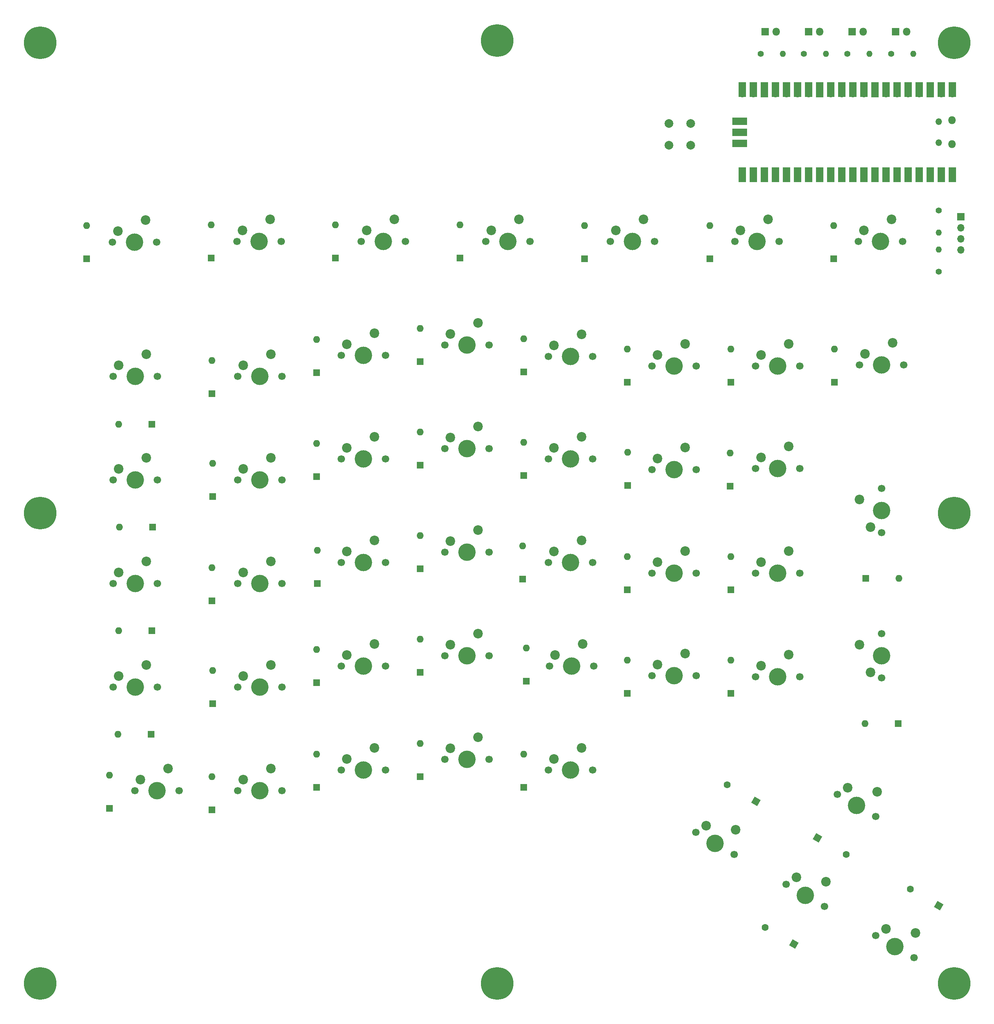
<source format=gbr>
%TF.GenerationSoftware,KiCad,Pcbnew,6.0.9-8da3e8f707~116~ubuntu20.04.1*%
%TF.CreationDate,2022-11-04T11:59:08+01:00*%
%TF.ProjectId,98keys-left,39386b65-7973-42d6-9c65-66742e6b6963,rev?*%
%TF.SameCoordinates,Original*%
%TF.FileFunction,Soldermask,Top*%
%TF.FilePolarity,Negative*%
%FSLAX46Y46*%
G04 Gerber Fmt 4.6, Leading zero omitted, Abs format (unit mm)*
G04 Created by KiCad (PCBNEW 6.0.9-8da3e8f707~116~ubuntu20.04.1) date 2022-11-04 11:59:08*
%MOMM*%
%LPD*%
G01*
G04 APERTURE LIST*
G04 Aperture macros list*
%AMHorizOval*
0 Thick line with rounded ends*
0 $1 width*
0 $2 $3 position (X,Y) of the first rounded end (center of the circle)*
0 $4 $5 position (X,Y) of the second rounded end (center of the circle)*
0 Add line between two ends*
20,1,$1,$2,$3,$4,$5,0*
0 Add two circle primitives to create the rounded ends*
1,1,$1,$2,$3*
1,1,$1,$4,$5*%
%AMRotRect*
0 Rectangle, with rotation*
0 The origin of the aperture is its center*
0 $1 length*
0 $2 width*
0 $3 Rotation angle, in degrees counterclockwise*
0 Add horizontal line*
21,1,$1,$2,0,0,$3*%
G04 Aperture macros list end*
%ADD10R,1.600000X1.600000*%
%ADD11O,1.600000X1.600000*%
%ADD12HorizOval,1.600000X0.000000X0.000000X0.000000X0.000000X0*%
%ADD13RotRect,1.600000X1.600000X150.000000*%
%ADD14HorizOval,1.600000X0.000000X0.000000X0.000000X0.000000X0*%
%ADD15RotRect,1.600000X1.600000X330.000000*%
%ADD16C,1.400000*%
%ADD17O,1.400000X1.400000*%
%ADD18C,2.200000*%
%ADD19C,1.700000*%
%ADD20C,4.000000*%
%ADD21C,7.500000*%
%ADD22R,1.800000X1.800000*%
%ADD23O,1.800000X1.800000*%
%ADD24O,1.500000X1.500000*%
%ADD25O,1.700000X1.700000*%
%ADD26R,1.700000X3.500000*%
%ADD27R,1.700000X1.700000*%
%ADD28R,3.500000X1.700000*%
%ADD29C,2.000000*%
G04 APERTURE END LIST*
D10*
%TO.C,D1*%
X38200000Y-100080000D03*
D11*
X38200000Y-92460000D03*
%TD*%
%TO.C,D2*%
X45580000Y-138080000D03*
D10*
X53200000Y-138080000D03*
%TD*%
D11*
%TO.C,D3*%
X45780000Y-161680000D03*
D10*
X53400000Y-161680000D03*
%TD*%
D11*
%TO.C,D4*%
X45580000Y-185480000D03*
D10*
X53200000Y-185480000D03*
%TD*%
D11*
%TO.C,D5*%
X45380000Y-209280000D03*
D10*
X53000000Y-209280000D03*
%TD*%
D11*
%TO.C,D6*%
X43500000Y-218680000D03*
D10*
X43500000Y-226300000D03*
%TD*%
D11*
%TO.C,D7*%
X66800000Y-92260000D03*
D10*
X66800000Y-99880000D03*
%TD*%
D11*
%TO.C,D8*%
X67000000Y-123460000D03*
D10*
X67000000Y-131080000D03*
%TD*%
D11*
%TO.C,D9*%
X67200000Y-147080000D03*
D10*
X67200000Y-154700000D03*
%TD*%
D11*
%TO.C,D10*%
X67000000Y-171060000D03*
D10*
X67000000Y-178680000D03*
%TD*%
D11*
%TO.C,D11*%
X67200000Y-194660000D03*
D10*
X67200000Y-202280000D03*
%TD*%
D11*
%TO.C,D12*%
X67000000Y-219060000D03*
D10*
X67000000Y-226680000D03*
%TD*%
D11*
%TO.C,D14*%
X95400000Y-92260000D03*
D10*
X95400000Y-99880000D03*
%TD*%
D11*
%TO.C,D15*%
X91000000Y-118660000D03*
D10*
X91000000Y-126280000D03*
%TD*%
D11*
%TO.C,D16*%
X91000000Y-142460000D03*
D10*
X91000000Y-150080000D03*
%TD*%
D11*
%TO.C,D17*%
X91000000Y-189860000D03*
D10*
X91000000Y-197480000D03*
%TD*%
D11*
%TO.C,D18*%
X91200000Y-167080000D03*
D10*
X91200000Y-174700000D03*
%TD*%
D11*
%TO.C,D19*%
X91000000Y-213860000D03*
D10*
X91000000Y-221480000D03*
%TD*%
D11*
%TO.C,D20*%
X124000000Y-92260000D03*
D10*
X124000000Y-99880000D03*
%TD*%
D11*
%TO.C,D21*%
X114800000Y-116080000D03*
D10*
X114800000Y-123700000D03*
%TD*%
D11*
%TO.C,D22*%
X114800000Y-139860000D03*
D10*
X114800000Y-147480000D03*
%TD*%
D11*
%TO.C,D23*%
X114800000Y-163660000D03*
D10*
X114800000Y-171280000D03*
%TD*%
D11*
%TO.C,D24*%
X114800000Y-187460000D03*
D10*
X114800000Y-195080000D03*
%TD*%
D11*
%TO.C,D25*%
X114800000Y-211460000D03*
D10*
X114800000Y-219080000D03*
%TD*%
D11*
%TO.C,D26*%
X152600000Y-92460000D03*
D10*
X152600000Y-100080000D03*
%TD*%
D11*
%TO.C,D27*%
X138600000Y-142260000D03*
D10*
X138600000Y-149880000D03*
%TD*%
D11*
%TO.C,D28*%
X138600000Y-118460000D03*
D10*
X138600000Y-126080000D03*
%TD*%
D11*
%TO.C,D29*%
X138400000Y-166060000D03*
D10*
X138400000Y-173680000D03*
%TD*%
D11*
%TO.C,D30*%
X139200000Y-189460000D03*
D10*
X139200000Y-197080000D03*
%TD*%
D11*
%TO.C,D31*%
X138600000Y-213880000D03*
D10*
X138600000Y-221500000D03*
%TD*%
D11*
%TO.C,D32*%
X181400000Y-92460000D03*
D10*
X181400000Y-100080000D03*
%TD*%
D11*
%TO.C,D33*%
X162400000Y-120860000D03*
D10*
X162400000Y-128480000D03*
%TD*%
D11*
%TO.C,D34*%
X162500000Y-144560000D03*
D10*
X162500000Y-152180000D03*
%TD*%
D11*
%TO.C,D35*%
X162400000Y-168460000D03*
D10*
X162400000Y-176080000D03*
%TD*%
D11*
%TO.C,D36*%
X162400000Y-192260000D03*
D10*
X162400000Y-199880000D03*
%TD*%
D11*
%TO.C,D37*%
X209800000Y-92460000D03*
D10*
X209800000Y-100080000D03*
%TD*%
D11*
%TO.C,D38*%
X186200000Y-120860000D03*
D10*
X186200000Y-128480000D03*
%TD*%
D11*
%TO.C,D39*%
X186200000Y-192260000D03*
D10*
X186200000Y-199880000D03*
%TD*%
D11*
%TO.C,D40*%
X186000000Y-144660000D03*
D10*
X186000000Y-152280000D03*
%TD*%
D11*
%TO.C,D41*%
X186200000Y-168480000D03*
D10*
X186200000Y-176100000D03*
%TD*%
D11*
%TO.C,D42*%
X210000000Y-120860000D03*
D10*
X210000000Y-128480000D03*
%TD*%
D11*
%TO.C,D43*%
X224820000Y-173480000D03*
D10*
X217200000Y-173480000D03*
%TD*%
D11*
%TO.C,D44*%
X217000000Y-206880000D03*
D10*
X224620000Y-206880000D03*
%TD*%
D12*
%TO.C,D45*%
X185400886Y-220870000D03*
D13*
X192000000Y-224680000D03*
%TD*%
D14*
%TO.C,D46*%
X212699114Y-236890000D03*
D15*
X206100000Y-233080000D03*
%TD*%
D12*
%TO.C,D47*%
X194099886Y-253680000D03*
D13*
X200699000Y-257490000D03*
%TD*%
D12*
%TO.C,D48*%
X227400886Y-244870000D03*
D13*
X234000000Y-248680000D03*
%TD*%
D16*
%TO.C,R1*%
X193080000Y-53000000D03*
D17*
X198160000Y-53000000D03*
%TD*%
D16*
%TO.C,R2*%
X203000000Y-53000000D03*
D17*
X208080000Y-53000000D03*
%TD*%
D16*
%TO.C,R3*%
X223000000Y-53000000D03*
D17*
X228080000Y-53000000D03*
%TD*%
D18*
%TO.C,SW1*%
X45390000Y-93740000D03*
X51740000Y-91200000D03*
D19*
X44120000Y-96280000D03*
D20*
X49200000Y-96280000D03*
D19*
X54280000Y-96280000D03*
%TD*%
%TO.C,SW2*%
X44320000Y-127080000D03*
X54480000Y-127080000D03*
D20*
X49400000Y-127080000D03*
D18*
X51940000Y-122000000D03*
X45590000Y-124540000D03*
%TD*%
D19*
%TO.C,SW3*%
X54480000Y-150880000D03*
D20*
X49400000Y-150880000D03*
D19*
X44320000Y-150880000D03*
D18*
X51940000Y-145800000D03*
X45590000Y-148340000D03*
%TD*%
D20*
%TO.C,SW4*%
X49400000Y-198480000D03*
D19*
X44320000Y-198480000D03*
X54480000Y-198480000D03*
D18*
X51940000Y-193400000D03*
X45590000Y-195940000D03*
%TD*%
D19*
%TO.C,SW5*%
X44320000Y-174680000D03*
D20*
X49400000Y-174680000D03*
D19*
X54480000Y-174680000D03*
D18*
X51940000Y-169600000D03*
X45590000Y-172140000D03*
%TD*%
%TO.C,SW6*%
X50590000Y-219740000D03*
X56940000Y-217200000D03*
D19*
X49320000Y-222280000D03*
X59480000Y-222280000D03*
D20*
X54400000Y-222280000D03*
%TD*%
D18*
%TO.C,SW7*%
X73990000Y-93540000D03*
X80340000Y-91000000D03*
D19*
X82880000Y-96080000D03*
X72720000Y-96080000D03*
D20*
X77800000Y-96080000D03*
%TD*%
D18*
%TO.C,SW8*%
X74190000Y-124540000D03*
X80540000Y-122000000D03*
D20*
X78000000Y-127080000D03*
D19*
X72920000Y-127080000D03*
X83080000Y-127080000D03*
%TD*%
D18*
%TO.C,SW9*%
X74190000Y-148340000D03*
X80540000Y-145800000D03*
D19*
X72920000Y-150880000D03*
X83080000Y-150880000D03*
D20*
X78000000Y-150880000D03*
%TD*%
D18*
%TO.C,SW10*%
X74190000Y-195940000D03*
X80540000Y-193400000D03*
D19*
X83080000Y-198480000D03*
X72920000Y-198480000D03*
D20*
X78000000Y-198480000D03*
%TD*%
D18*
%TO.C,SW11*%
X74190000Y-172140000D03*
X80540000Y-169600000D03*
D19*
X72920000Y-174680000D03*
D20*
X78000000Y-174680000D03*
D19*
X83080000Y-174680000D03*
%TD*%
D18*
%TO.C,SW12*%
X74190000Y-219740000D03*
X80540000Y-217200000D03*
D20*
X78000000Y-222280000D03*
D19*
X83080000Y-222280000D03*
X72920000Y-222280000D03*
%TD*%
D18*
%TO.C,SW13*%
X102590000Y-93540000D03*
X108940000Y-91000000D03*
D20*
X106400000Y-96080000D03*
D19*
X101320000Y-96080000D03*
X111480000Y-96080000D03*
%TD*%
D18*
%TO.C,SW14*%
X97990000Y-119740000D03*
X104340000Y-117200000D03*
D19*
X96720000Y-122280000D03*
X106880000Y-122280000D03*
D20*
X101800000Y-122280000D03*
%TD*%
D18*
%TO.C,SW15*%
X97990000Y-143540000D03*
X104340000Y-141000000D03*
D20*
X101800000Y-146080000D03*
D19*
X96720000Y-146080000D03*
X106880000Y-146080000D03*
%TD*%
D18*
%TO.C,SW16*%
X97990000Y-191140000D03*
X104340000Y-188600000D03*
D19*
X96720000Y-193680000D03*
X106880000Y-193680000D03*
D20*
X101800000Y-193680000D03*
%TD*%
D18*
%TO.C,SW17*%
X97990000Y-167340000D03*
X104340000Y-164800000D03*
D20*
X101800000Y-169880000D03*
D19*
X106880000Y-169880000D03*
X96720000Y-169880000D03*
%TD*%
D18*
%TO.C,SW18*%
X97990000Y-214940000D03*
X104340000Y-212400000D03*
D20*
X101800000Y-217480000D03*
D19*
X106880000Y-217480000D03*
X96720000Y-217480000D03*
%TD*%
D18*
%TO.C,SW19*%
X131190000Y-93540000D03*
X137540000Y-91000000D03*
D20*
X135000000Y-96080000D03*
D19*
X140080000Y-96080000D03*
X129920000Y-96080000D03*
%TD*%
D18*
%TO.C,SW20*%
X121790000Y-117340000D03*
X128140000Y-114800000D03*
D19*
X120520000Y-119880000D03*
X130680000Y-119880000D03*
D20*
X125600000Y-119880000D03*
%TD*%
D18*
%TO.C,SW21*%
X121790000Y-141140000D03*
X128140000Y-138600000D03*
D19*
X130680000Y-143680000D03*
X120520000Y-143680000D03*
D20*
X125600000Y-143680000D03*
%TD*%
D18*
%TO.C,SW22*%
X121790000Y-188740000D03*
X128140000Y-186200000D03*
D19*
X130680000Y-191280000D03*
D20*
X125600000Y-191280000D03*
D19*
X120520000Y-191280000D03*
%TD*%
D18*
%TO.C,SW23*%
X121790000Y-164940000D03*
X128140000Y-162400000D03*
D20*
X125600000Y-167480000D03*
D19*
X120520000Y-167480000D03*
X130680000Y-167480000D03*
%TD*%
D18*
%TO.C,SW24*%
X121790000Y-212540000D03*
X128140000Y-210000000D03*
D19*
X130680000Y-215080000D03*
D20*
X125600000Y-215080000D03*
D19*
X120520000Y-215080000D03*
%TD*%
D18*
%TO.C,SW25*%
X159790000Y-93540000D03*
X166140000Y-91000000D03*
D19*
X158520000Y-96080000D03*
X168680000Y-96080000D03*
D20*
X163600000Y-96080000D03*
%TD*%
D18*
%TO.C,SW26*%
X145590000Y-119940000D03*
X151940000Y-117400000D03*
D19*
X154480000Y-122480000D03*
D20*
X149400000Y-122480000D03*
D19*
X144320000Y-122480000D03*
%TD*%
D18*
%TO.C,SW27*%
X145590000Y-143540000D03*
X151940000Y-141000000D03*
D19*
X154480000Y-146080000D03*
D20*
X149400000Y-146080000D03*
D19*
X144320000Y-146080000D03*
%TD*%
D18*
%TO.C,SW28*%
X145790000Y-191140000D03*
X152140000Y-188600000D03*
D20*
X149600000Y-193680000D03*
D19*
X154680000Y-193680000D03*
X144520000Y-193680000D03*
%TD*%
D18*
%TO.C,SW29*%
X145590000Y-167340000D03*
X151940000Y-164800000D03*
D19*
X154480000Y-169880000D03*
X144320000Y-169880000D03*
D20*
X149400000Y-169880000D03*
%TD*%
D18*
%TO.C,SW30*%
X145590000Y-214940000D03*
X151940000Y-212400000D03*
D20*
X149400000Y-217480000D03*
D19*
X154480000Y-217480000D03*
X144320000Y-217480000D03*
%TD*%
D18*
%TO.C,SW31*%
X188390000Y-93540000D03*
X194740000Y-91000000D03*
D19*
X187120000Y-96080000D03*
X197280000Y-96080000D03*
D20*
X192200000Y-96080000D03*
%TD*%
D18*
%TO.C,SW32*%
X169390000Y-122140000D03*
X175740000Y-119600000D03*
D19*
X178280000Y-124680000D03*
D20*
X173200000Y-124680000D03*
D19*
X168120000Y-124680000D03*
%TD*%
D18*
%TO.C,SW33*%
X169390000Y-145940000D03*
X175740000Y-143400000D03*
D19*
X168120000Y-148480000D03*
D20*
X173200000Y-148480000D03*
D19*
X178280000Y-148480000D03*
%TD*%
D18*
%TO.C,SW34*%
X169390000Y-193340000D03*
X175740000Y-190800000D03*
D20*
X173200000Y-195880000D03*
D19*
X168120000Y-195880000D03*
X178280000Y-195880000D03*
%TD*%
D18*
%TO.C,SW35*%
X169390000Y-169740000D03*
X175740000Y-167200000D03*
D20*
X173200000Y-172280000D03*
D19*
X178280000Y-172280000D03*
X168120000Y-172280000D03*
%TD*%
D18*
%TO.C,SW36*%
X216790000Y-93540000D03*
X223140000Y-91000000D03*
D19*
X215520000Y-96080000D03*
D20*
X220600000Y-96080000D03*
D19*
X225680000Y-96080000D03*
%TD*%
D18*
%TO.C,SW37*%
X193190000Y-122140000D03*
X199540000Y-119600000D03*
D20*
X197000000Y-124680000D03*
D19*
X202080000Y-124680000D03*
X191920000Y-124680000D03*
%TD*%
D18*
%TO.C,SW38*%
X193190000Y-145740000D03*
X199540000Y-143200000D03*
D19*
X191920000Y-148280000D03*
X202080000Y-148280000D03*
D20*
X197000000Y-148280000D03*
%TD*%
D18*
%TO.C,SW39*%
X193190000Y-193540000D03*
X199540000Y-191000000D03*
D20*
X197000000Y-196080000D03*
D19*
X191920000Y-196080000D03*
X202080000Y-196080000D03*
%TD*%
D18*
%TO.C,SW40*%
X193190000Y-169740000D03*
X199540000Y-167200000D03*
D19*
X202080000Y-172280000D03*
X191920000Y-172280000D03*
D20*
X197000000Y-172280000D03*
%TD*%
D18*
%TO.C,SW41*%
X216990000Y-121940000D03*
X223340000Y-119400000D03*
D19*
X215720000Y-124480000D03*
X225880000Y-124480000D03*
D20*
X220800000Y-124480000D03*
%TD*%
D18*
%TO.C,SW42*%
X218260000Y-161690000D03*
X215720000Y-155340000D03*
D19*
X220800000Y-152800000D03*
D20*
X220800000Y-157880000D03*
D19*
X220800000Y-162960000D03*
%TD*%
D18*
%TO.C,SW43*%
X218260000Y-195090000D03*
X215720000Y-188740000D03*
D19*
X220800000Y-186200000D03*
D20*
X220800000Y-191280000D03*
D19*
X220800000Y-196360000D03*
%TD*%
D18*
%TO.C,SW44*%
X180570739Y-230275705D03*
X187340000Y-231251000D03*
D19*
X178200886Y-231840409D03*
X186999705Y-236920409D03*
D20*
X182600295Y-234380409D03*
%TD*%
D18*
%TO.C,SW45*%
X213070739Y-221575705D03*
X219840000Y-222551000D03*
D20*
X215100295Y-225680409D03*
D19*
X219499705Y-228220409D03*
X210700886Y-223140409D03*
%TD*%
D18*
%TO.C,SW46*%
X201270739Y-242175705D03*
X208040000Y-243151000D03*
D19*
X207699705Y-248820409D03*
D20*
X203300295Y-246280409D03*
D19*
X198900886Y-243740409D03*
%TD*%
D18*
%TO.C,SW47*%
X221870739Y-253975705D03*
X228640000Y-254951000D03*
D19*
X219500886Y-255540409D03*
D20*
X223900295Y-258080409D03*
D19*
X228299705Y-260620409D03*
%TD*%
D21*
%TO.C,H1*%
X27500000Y-50500000D03*
%TD*%
%TO.C,H2*%
X132500000Y-50000000D03*
%TD*%
%TO.C,H3*%
X237500000Y-50500000D03*
%TD*%
%TO.C,H4*%
X27500000Y-158500000D03*
%TD*%
%TO.C,H5*%
X237500000Y-158500000D03*
%TD*%
%TO.C,H6*%
X27500000Y-266500000D03*
%TD*%
%TO.C,H7*%
X132500000Y-266500000D03*
%TD*%
%TO.C,H8*%
X237500000Y-266500000D03*
%TD*%
D22*
%TO.C,D13*%
X194080000Y-47900000D03*
D23*
X196620000Y-47900000D03*
%TD*%
D22*
%TO.C,D49*%
X204080000Y-47900000D03*
D23*
X206620000Y-47900000D03*
%TD*%
D22*
%TO.C,D50*%
X214080000Y-47900000D03*
D23*
X216620000Y-47900000D03*
%TD*%
D22*
%TO.C,D51*%
X224080000Y-47900000D03*
D23*
X226620000Y-47900000D03*
%TD*%
D16*
%TO.C,R4*%
X213000000Y-53000000D03*
D17*
X218080000Y-53000000D03*
%TD*%
D24*
%TO.C,U1*%
X233970000Y-73425000D03*
X233970000Y-68575000D03*
D23*
X237000000Y-68275000D03*
X237000000Y-73725000D03*
D25*
X237130000Y-62110000D03*
D26*
X237130000Y-61210000D03*
X234590000Y-61210000D03*
D25*
X234590000Y-62110000D03*
D27*
X232050000Y-62110000D03*
D26*
X232050000Y-61210000D03*
D25*
X229510000Y-62110000D03*
D26*
X229510000Y-61210000D03*
D25*
X226970000Y-62110000D03*
D26*
X226970000Y-61210000D03*
X224430000Y-61210000D03*
D25*
X224430000Y-62110000D03*
D26*
X221890000Y-61210000D03*
D25*
X221890000Y-62110000D03*
D27*
X219350000Y-62110000D03*
D26*
X219350000Y-61210000D03*
X216810000Y-61210000D03*
D25*
X216810000Y-62110000D03*
X214270000Y-62110000D03*
D26*
X214270000Y-61210000D03*
D25*
X211730000Y-62110000D03*
D26*
X211730000Y-61210000D03*
X209190000Y-61210000D03*
D25*
X209190000Y-62110000D03*
D26*
X206650000Y-61210000D03*
D27*
X206650000Y-62110000D03*
D26*
X204110000Y-61210000D03*
D25*
X204110000Y-62110000D03*
D26*
X201570000Y-61210000D03*
D25*
X201570000Y-62110000D03*
D26*
X199030000Y-61210000D03*
D25*
X199030000Y-62110000D03*
D26*
X196490000Y-61210000D03*
D25*
X196490000Y-62110000D03*
D27*
X193950000Y-62110000D03*
D26*
X193950000Y-61210000D03*
X191410000Y-61210000D03*
D25*
X191410000Y-62110000D03*
D26*
X188870000Y-61210000D03*
D25*
X188870000Y-62110000D03*
X188870000Y-79890000D03*
D26*
X188870000Y-80790000D03*
X191410000Y-80790000D03*
D25*
X191410000Y-79890000D03*
D27*
X193950000Y-79890000D03*
D26*
X193950000Y-80790000D03*
X196490000Y-80790000D03*
D25*
X196490000Y-79890000D03*
D26*
X199030000Y-80790000D03*
D25*
X199030000Y-79890000D03*
D26*
X201570000Y-80790000D03*
D25*
X201570000Y-79890000D03*
D26*
X204110000Y-80790000D03*
D25*
X204110000Y-79890000D03*
D26*
X206650000Y-80790000D03*
D27*
X206650000Y-79890000D03*
D25*
X209190000Y-79890000D03*
D26*
X209190000Y-80790000D03*
D25*
X211730000Y-79890000D03*
D26*
X211730000Y-80790000D03*
X214270000Y-80790000D03*
D25*
X214270000Y-79890000D03*
X216810000Y-79890000D03*
D26*
X216810000Y-80790000D03*
D27*
X219350000Y-79890000D03*
D26*
X219350000Y-80790000D03*
D25*
X221890000Y-79890000D03*
D26*
X221890000Y-80790000D03*
D25*
X224430000Y-79890000D03*
D26*
X224430000Y-80790000D03*
D25*
X226970000Y-79890000D03*
D26*
X226970000Y-80790000D03*
X229510000Y-80790000D03*
D25*
X229510000Y-79890000D03*
D26*
X232050000Y-80790000D03*
D27*
X232050000Y-79890000D03*
D25*
X234590000Y-79890000D03*
D26*
X234590000Y-80790000D03*
X237130000Y-80790000D03*
D25*
X237130000Y-79890000D03*
D28*
X188200000Y-68460000D03*
D25*
X189100000Y-68460000D03*
D28*
X188200000Y-71000000D03*
D27*
X189100000Y-71000000D03*
D25*
X189100000Y-73540000D03*
D28*
X188200000Y-73540000D03*
%TD*%
D27*
%TO.C,J1*%
X239000000Y-90460000D03*
D25*
X239000000Y-93000000D03*
X239000000Y-95540000D03*
X239000000Y-98080000D03*
%TD*%
D16*
%TO.C,R6*%
X234000000Y-89000000D03*
D17*
X234000000Y-94080000D03*
%TD*%
D16*
%TO.C,R5*%
X234000000Y-103080000D03*
D17*
X234000000Y-98000000D03*
%TD*%
D29*
%TO.C,SW48*%
X172000000Y-69000000D03*
X177000000Y-69000000D03*
X172000000Y-74000000D03*
X177000000Y-74000000D03*
%TD*%
M02*

</source>
